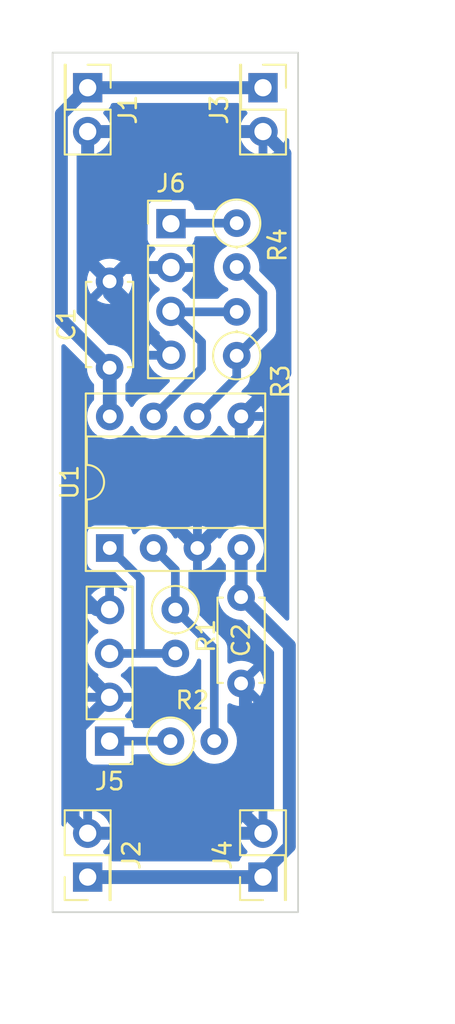
<source format=kicad_pcb>
(kicad_pcb (version 20211014) (generator pcbnew)
  (layers (0 "F.Cu" signal) (31 "B.Cu" signal) (34 "B.Paste" user) (35 "F.Paste" user) (36 "B.SilkS" user "B.Silkscreen") (37 "F.SilkS" user "F.Silkscreen") (38 "B.Mask" user) (39 "F.Mask" user) (44 "Edge.Cuts" user))
  (net 0 "")
  (net 1 "+12V")
  (net 2 "GND")
  (net 3 "-12V")
  (net 4 "Net-(J5-Pad1)")
  (net 5 "Net-(J6-Pad1)")
  (net 6 "Net-(R1-Pad1)")
  (net 7 "Net-(R3-Pad1)")
  (net 8 "Net-(R1-Pad2)")
  (net 9 "Net-(R3-Pad2)")
  (footprint "Connector_PinHeader_2.54mm:PinHeader_2x01_P2.54mm_Vertical" (layer "F.Cu") (at 132.08 60.96 -90)
    (fp_text reference "J1" (at 1.27 -2.33 90) (layer "F.SilkS"))
    (fp_text value "Conn_02x01")
    (fp_line (start -1.33 -1.33) (end 0 -1.33) (layer "F.SilkS") (width 0.12))
    (fp_line (start 3.87 -1.33) (end 3.87 1.33) (layer "F.SilkS") (width 0.12))
    (fp_line (start -1.33 1.33) (end 3.87 1.33) (layer "F.SilkS") (width 0.12))
    (fp_line (start -1.33 1.27) (end 1.27 1.27) (layer "F.SilkS") (width 0.12))
    (fp_line (start -1.33 1.27) (end -1.33 1.33) (layer "F.SilkS") (width 0.12))
    (fp_line (start 1.27 1.27) (end 1.27 -1.33) (layer "F.SilkS") (width 0.12))
    (fp_line (start -1.33 0) (end -1.33 -1.33) (layer "F.SilkS") (width 0.12))
    (fp_line (start 1.27 -1.33) (end 3.87 -1.33) (layer "F.SilkS") (width 0.12))
    (pad "1" thru_hole rect locked (at 0 0 270) (size 1.7 1.7) (drill 1) (layers *.Cu *.Mask) (net 1 "+12V"))
    (pad "2" thru_hole oval locked (at 2.54 0 270) (size 1.7 1.7) (drill 1) (layers *.Cu *.Mask) (net 2 "GND"))
  )
  (footprint "Capacitor_THT:C_Disc_D4.7mm_W2.5mm_P5.00mm" (layer "F.Cu") (at 140.97 95.464 90)
    (fp_text reference "C2" (at 2.5 0 90) (layer "F.SilkS"))
    (fp_text value "100nF")
    (fp_line (start 0.03 1.055) (end 0.03 1.37) (layer "F.SilkS") (width 0.12))
    (fp_line (start 0.03 -1.37) (end 0.03 -1.055) (layer "F.SilkS") (width 0.12))
    (fp_line (start 0.03 -1.37) (end 4.97 -1.37) (layer "F.SilkS") (width 0.12))
    (fp_line (start 4.97 1.055) (end 4.97 1.37) (layer "F.SilkS") (width 0.12))
    (fp_line (start 4.97 -1.37) (end 4.97 -1.055) (layer "F.SilkS") (width 0.12))
    (fp_line (start 0.03 1.37) (end 4.97 1.37) (layer "F.SilkS") (width 0.12))
    (pad "1" thru_hole circle (at 0 0 90) (size 1.6 1.6) (drill 0.8) (layers *.Cu *.Mask) (net 2 "GND"))
    (pad "2" thru_hole circle (at 5 0 90) (size 1.6 1.6) (drill 0.8) (layers *.Cu *.Mask) (net 3 "-12V"))
  )
  (footprint "Resistor_THT:R_Axial_DIN0207_L6.3mm_D2.5mm_P2.54mm_Vertical" (layer "F.Cu") (at 140.716 76.483001 90)
    (fp_text reference "R3" (at -1.494999 2.54 90) (layer "F.SilkS"))
    (fp_text value "100k")
    (fp_line (start 1.37 0) (end 1.44 0) (layer "F.SilkS") (width 0.12))
    (fp_circle (center 0 0) (end 1.37 0) (layer "F.SilkS") (width 0.12) (fill none))
    (pad "1" thru_hole circle (at 0 0 90) (size 1.6 1.6) (drill 0.8) (layers *.Cu *.Mask) (net 7 "Net-(R3-Pad1)"))
    (pad "2" thru_hole oval (at 2.54 0 90) (size 1.6 1.6) (drill 0.8) (layers *.Cu *.Mask) (net 9 "Net-(R3-Pad2)"))
  )
  (footprint "Capacitor_THT:C_Disc_D4.7mm_W2.5mm_P5.00mm" (layer "F.Cu") (at 133.35 77.176 90)
    (fp_text reference "C1" (at 2.5 -2.5 90) (layer "F.SilkS"))
    (fp_text value "100nF")
    (fp_line (start 0.03 -1.37) (end 0.03 -1.055) (layer "F.SilkS") (width 0.12))
    (fp_line (start 4.97 -1.37) (end 4.97 -1.055) (layer "F.SilkS") (width 0.12))
    (fp_line (start 0.03 -1.37) (end 4.97 -1.37) (layer "F.SilkS") (width 0.12))
    (fp_line (start 4.97 1.055) (end 4.97 1.37) (layer "F.SilkS") (width 0.12))
    (fp_line (start 0.03 1.055) (end 0.03 1.37) (layer "F.SilkS") (width 0.12))
    (fp_line (start 0.03 1.37) (end 4.97 1.37) (layer "F.SilkS") (width 0.12))
    (pad "1" thru_hole circle (at 0 0 90) (size 1.6 1.6) (drill 0.8) (layers *.Cu *.Mask) (net 1 "+12V"))
    (pad "2" thru_hole circle (at 5 0 90) (size 1.6 1.6) (drill 0.8) (layers *.Cu *.Mask) (net 2 "GND"))
  )
  (footprint "Resistor_THT:R_Axial_DIN0207_L6.3mm_D2.5mm_P2.54mm_Vertical" (layer "F.Cu") (at 140.716 68.805 -90)
    (fp_text reference "R4" (at 1.27 -2.37 90) (layer "F.SilkS"))
    (fp_text value "100k")
    (fp_line (start 1.37 0) (end 1.44 0) (layer "F.SilkS") (width 0.12))
    (fp_circle (center 0 0) (end 1.37 0) (layer "F.SilkS") (width 0.12) (fill none))
    (pad "1" thru_hole circle (at 0 0 270) (size 1.6 1.6) (drill 0.8) (layers *.Cu *.Mask) (net 5 "Net-(J6-Pad1)"))
    (pad "2" thru_hole oval (at 2.54 0 270) (size 1.6 1.6) (drill 0.8) (layers *.Cu *.Mask) (net 7 "Net-(R3-Pad1)"))
  )
  (footprint "Connector_PinHeader_2.54mm:PinHeader_2x01_P2.54mm_Vertical" (layer "F.Cu") (at 132.08 106.68 90)
    (fp_text reference "J2" (at 1.27 2.54 90) (layer "F.SilkS"))
    (fp_text value "Conn_02x01")
    (fp_line (start -1.33 0) (end -1.33 -1.33) (layer "F.SilkS") (width 0.12))
    (fp_line (start 3.87 -1.33) (end 3.87 1.33) (layer "F.SilkS") (width 0.12))
    (fp_line (start -1.33 -1.33) (end 0 -1.33) (layer "F.SilkS") (width 0.12))
    (fp_line (start 1.27 -1.33) (end 3.87 -1.33) (layer "F.SilkS") (width 0.12))
    (fp_line (start -1.33 1.27) (end 1.27 1.27) (layer "F.SilkS") (width 0.12))
    (fp_line (start -1.33 1.27) (end -1.33 1.33) (layer "F.SilkS") (width 0.12))
    (fp_line (start -1.33 1.33) (end 3.87 1.33) (layer "F.SilkS") (width 0.12))
    (fp_line (start 1.27 1.27) (end 1.27 -1.33) (layer "F.SilkS") (width 0.12))
    (pad "1" thru_hole rect locked (at 0 0 90) (size 1.7 1.7) (drill 1) (layers *.Cu *.Mask) (net 3 "-12V"))
    (pad "2" thru_hole oval locked (at 2.54 0 90) (size 1.7 1.7) (drill 1) (layers *.Cu *.Mask) (net 2 "GND"))
  )
  (footprint "Resistor_THT:R_Axial_DIN0207_L6.3mm_D2.5mm_P2.54mm_Vertical" (layer "F.Cu") (at 136.876999 98.806)
    (fp_text reference "R2" (at 1.27 -2.37) (layer "F.SilkS"))
    (fp_text value "100k")
    (fp_line (start 1.37 0) (end 1.44 0) (layer "F.SilkS") (width 0.12))
    (fp_circle (center 0 0) (end 1.37 0) (layer "F.SilkS") (width 0.12) (fill none))
    (pad "1" thru_hole circle (at 0 0) (size 1.6 1.6) (drill 0.8) (layers *.Cu *.Mask) (net 4 "Net-(J5-Pad1)"))
    (pad "2" thru_hole oval (at 2.54 0) (size 1.6 1.6) (drill 0.8) (layers *.Cu *.Mask) (net 6 "Net-(R1-Pad1)"))
  )
  (footprint "Package_DIP:DIP-8_W7.62mm_Socket" (layer "F.Cu") (at 133.36 87.62 90)
    (fp_text reference "U1" (at 3.81 -2.33 90) (layer "F.SilkS"))
    (fp_text value "TL072")
    (fp_line (start 8.95 9.01) (end 8.95 -1.39) (layer "F.SilkS") (width 0.12))
    (fp_line (start 1.16 8.95) (end 6.46 8.95) (layer "F.SilkS") (width 0.12))
    (fp_line (start 6.46 8.95) (end 6.46 -1.33) (layer "F.SilkS") (width 0.12))
    (fp_line (start 1.16 -1.33) (end 1.16 8.95) (layer "F.SilkS") (width 0.12))
    (fp_line (start 2.81 -1.33) (end 1.16 -1.33) (layer "F.SilkS") (width 0.12))
    (fp_line (start -1.33 -1.39) (end -1.33 9.01) (layer "F.SilkS") (width 0.12))
    (fp_line (start 6.46 -1.33) (end 4.81 -1.33) (layer "F.SilkS") (width 0.12))
    (fp_line (start 8.95 -1.39) (end -1.33 -1.39) (layer "F.SilkS") (width 0.12))
    (fp_line (start -1.33 9.01) (end 8.95 9.01) (layer "F.SilkS") (width 0.12))
    (fp_arc (start 4.81 -1.33) (mid 3.81 -0.33) (end 2.81 -1.33) (layer "F.SilkS") (width 0.12))
    (pad "1" thru_hole rect (at 0 0 90) (size 1.6 1.6) (drill 0.8) (layers *.Cu *.Mask) (net 8 "Net-(R1-Pad2)"))
    (pad "2" thru_hole oval (at 0 2.54 90) (size 1.6 1.6) (drill 0.8) (layers *.Cu *.Mask) (net 6 "Net-(R1-Pad1)"))
    (pad "3" thru_hole oval (at 0 5.08 90) (size 1.6 1.6) (drill 0.8) (layers *.Cu *.Mask) (net 2 "GND"))
    (pad "4" thru_hole oval (at 0 7.62 90) (size 1.6 1.6) (drill 0.8) (layers *.Cu *.Mask) (net 3 "-12V"))
    (pad "5" thru_hole oval (at 7.62 7.62 90) (size 1.6 1.6) (drill 0.8) (layers *.Cu *.Mask) (net 2 "GND"))
    (pad "6" thru_hole oval (at 7.62 5.08 90) (size 1.6 1.6) (drill 0.8) (layers *.Cu *.Mask) (net 7 "Net-(R3-Pad1)"))
    (pad "7" thru_hole oval (at 7.62 2.54 90) (size 1.6 1.6) (drill 0.8) (layers *.Cu *.Mask) (net 9 "Net-(R3-Pad2)"))
    (pad "8" thru_hole oval (at 7.62 0 90) (size 1.6 1.6) (drill 0.8) (layers *.Cu *.Mask) (net 1 "+12V"))
  )
  (footprint "Connector_PinHeader_2.54mm:PinHeader_1x04_P2.54mm_Vertical" (layer "F.Cu") (at 133.35 98.806 180)
    (fp_text reference "J5" (at 0 -2.33) (layer "F.SilkS"))
    (fp_text value "Conn_01x04")
    (fp_line (start 1.33 1.27) (end 1.33 8.95) (layer "F.SilkS") (width 0.12))
    (fp_line (start -1.33 1.27) (end -1.33 8.95) (layer "F.SilkS") (width 0.12))
    (fp_line (start -1.33 -1.33) (end 0 -1.33) (layer "F.SilkS") (width 0.12))
    (fp_line (start -1.33 1.27) (end 1.33 1.27) (layer "F.SilkS") (width 0.12))
    (fp_line (start -1.33 8.95) (end 1.33 8.95) (layer "F.SilkS") (width 0.12))
    (fp_line (start -1.33 0) (end -1.33 -1.33) (layer "F.SilkS") (width 0.12))
    (pad "1" thru_hole rect (at 0 0 180) (size 1.7 1.7) (drill 1) (layers *.Cu *.Mask) (net 4 "Net-(J5-Pad1)"))
    (pad "2" thru_hole oval (at 0 2.54 180) (size 1.7 1.7) (drill 1) (layers *.Cu *.Mask) (net 2 "GND"))
    (pad "3" thru_hole oval (at 0 5.08 180) (size 1.7 1.7) (drill 1) (layers *.Cu *.Mask) (net 8 "Net-(R1-Pad2)"))
    (pad "4" thru_hole oval (at 0 7.62 180) (size 1.7 1.7) (drill 1) (layers *.Cu *.Mask) (net 2 "GND"))
  )
  (footprint "Resistor_THT:R_Axial_DIN0207_L6.3mm_D2.5mm_P2.54mm_Vertical" (layer "F.Cu") (at 137.16 91.186 -90)
    (fp_text reference "R1" (at 1.524 -1.778 90) (layer "F.SilkS"))
    (fp_text value "100k")
    (fp_line (start 1.37 0) (end 1.44 0) (layer "F.SilkS") (width 0.12))
    (fp_circle (center 0 0) (end 1.37 0) (layer "F.SilkS") (width 0.12) (fill none))
    (pad "1" thru_hole circle (at 0 0 270) (size 1.6 1.6) (drill 0.8) (layers *.Cu *.Mask) (net 6 "Net-(R1-Pad1)"))
    (pad "2" thru_hole oval (at 2.54 0 270) (size 1.6 1.6) (drill 0.8) (layers *.Cu *.Mask) (net 8 "Net-(R1-Pad2)"))
  )
  (footprint "Connector_PinHeader_2.54mm:PinHeader_1x04_P2.54mm_Vertical" (layer "F.Cu") (at 136.906 68.834)
    (fp_text reference "J6" (at 0 -2.33) (layer "F.SilkS"))
    (fp_text value "Conn_01x04")
    (fp_line (start -1.33 0) (end -1.33 -1.33) (layer "F.SilkS") (width 0.12))
    (fp_line (start -1.33 -1.33) (end 0 -1.33) (layer "F.SilkS") (width 0.12))
    (fp_line (start -1.33 8.95) (end 1.33 8.95) (layer "F.SilkS") (width 0.12))
    (fp_line (start -1.33 1.27) (end -1.33 8.95) (layer "F.SilkS") (width 0.12))
    (fp_line (start -1.33 1.27) (end 1.33 1.27) (layer "F.SilkS") (width 0.12))
    (fp_line (start 1.33 1.27) (end 1.33 8.95) (layer "F.SilkS") (width 0.12))
    (pad "1" thru_hole rect (at 0 0) (size 1.7 1.7) (drill 1) (layers *.Cu *.Mask) (net 5 "Net-(J6-Pad1)"))
    (pad "2" thru_hole oval (at 0 2.54) (size 1.7 1.7) (drill 1) (layers *.Cu *.Mask) (net 2 "GND"))
    (pad "3" thru_hole oval (at 0 5.08) (size 1.7 1.7) (drill 1) (layers *.Cu *.Mask) (net 9 "Net-(R3-Pad2)"))
    (pad "4" thru_hole oval (at 0 7.62) (size 1.7 1.7) (drill 1) (layers *.Cu *.Mask) (net 2 "GND"))
  )
  (footprint "Connector_PinHeader_2.54mm:PinHeader_2x01_P2.54mm_Vertical" (layer "F.Cu") (at 142.24 60.96 -90)
    (fp_text reference "J3" (at 1.27 2.54 90) (layer "F.SilkS"))
    (fp_text value "Conn_02x01")
    (fp_line (start -1.33 1.27) (end -1.33 1.33) (layer "F.SilkS") (width 0.12))
    (fp_line (start 1.27 -1.33) (end 3.87 -1.33) (layer "F.SilkS") (width 0.12))
    (fp_line (start 1.27 1.27) (end 1.27 -1.33) (layer "F.SilkS") (width 0.12))
    (fp_line (start 3.87 -1.33) (end 3.87 1.33) (layer "F.SilkS") (width 0.12))
    (fp_line (start -1.33 1.27) (end 1.27 1.27) (layer "F.SilkS") (width 0.12))
    (fp_line (start -1.33 1.33) (end 3.87 1.33) (layer "F.SilkS") (width 0.12))
    (fp_line (start -1.33 0) (end -1.33 -1.33) (layer "F.SilkS") (width 0.12))
    (fp_line (start -1.33 -1.33) (end 0 -1.33) (layer "F.SilkS") (width 0.12))
    (pad "1" thru_hole rect locked (at 0 0 270) (size 1.7 1.7) (drill 1) (layers *.Cu *.Mask) (net 1 "+12V"))
    (pad "2" thru_hole oval locked (at 2.54 0 270) (size 1.7 1.7) (drill 1) (layers *.Cu *.Mask) (net 2 "GND"))
  )
  (footprint "Connector_PinHeader_2.54mm:PinHeader_2x01_P2.54mm_Vertical" (layer "F.Cu") (at 142.24 106.68 90)
    (fp_text reference "J4" (at 1.27 -2.33 90) (layer "F.SilkS"))
    (fp_text value "Conn_02x01")
    (fp_line (start 1.27 1.27) (end 1.27 -1.33) (layer "F.SilkS") (width 0.12))
    (fp_line (start 3.87 -1.33) (end 3.87 1.33) (layer "F.SilkS") (width 0.12))
    (fp_line (start -1.33 1.27) (end 1.27 1.27) (layer "F.SilkS") (width 0.12))
    (fp_line (start -1.33 1.33) (end 3.87 1.33) (layer "F.SilkS") (width 0.12))
    (fp_line (start -1.33 -1.33) (end 0 -1.33) (layer "F.SilkS") (width 0.12))
    (fp_line (start 1.27 -1.33) (end 3.87 -1.33) (layer "F.SilkS") (width 0.12))
    (fp_line (start -1.33 0) (end -1.33 -1.33) (layer "F.SilkS") (width 0.12))
    (fp_line (start -1.33 1.27) (end -1.33 1.33) (layer "F.SilkS") (width 0.12))
    (pad "1" thru_hole rect locked (at 0 0 90) (size 1.7 1.7) (drill 1) (layers *.Cu *.Mask) (net 3 "-12V"))
    (pad "2" thru_hole oval locked (at 2.54 0 90) (size 1.7 1.7) (drill 1) (layers *.Cu *.Mask) (net 2 "GND"))
  )
  (gr_rect (start 130.048 58.928) (end 144.272 108.712) (layer "Edge.Cuts") (width 0.1) (fill none))
  (segment (start 130.556 74.382) (end 130.556 62.484) (width 0.75) (layer "B.Cu") (net 1))
  (segment (start 133.35 77.176) (end 130.556 74.382) (width 0.75) (layer "B.Cu") (net 1))
  (segment (start 132.08 60.96) (end 142.24 60.96) (width 0.75) (layer "B.Cu") (net 1))
  (segment (start 133.36 80) (end 133.36 77.186) (width 0.8) (layer "B.Cu") (net 1))
  (segment (start 133.36 77.186) (end 133.35 77.176) (width 0.8) (layer "B.Cu") (net 1))
  (segment (start 130.556 62.484) (end 132.08 60.96) (width 0.75) (layer "B.Cu") (net 1))
  (segment (start 132.334 85.598) (end 131.318 86.614) (width 0.75) (layer "B.Cu") (net 2))
  (segment (start 140.97 95.464) (end 141.224 95.718) (width 0.75) (layer "B.Cu") (net 2))
  (segment (start 136.906 71.374) (end 134.152 71.374) (width 0.75) (layer "B.Cu") (net 2))
  (segment (start 143.51 77.47) (end 143.51 64.77) (width 0.75) (layer "B.Cu") (net 2))
  (segment (start 133.35 72.176) (end 132.08 70.906) (width 0.75) (layer "B.Cu") (net 2))
  (segment (start 131.318 89.916) (end 132.588 91.186) (width 0.75) (layer "B.Cu") (net 2))
  (segment (start 131.318 86.614) (end 131.318 89.916) (width 0.75) (layer "B.Cu") (net 2))
  (segment (start 138.44 87.62) (end 136.418 85.598) (width 0.75) (layer "B.Cu") (net 2))
  (segment (start 138.44 87.62) (end 140.98 85.08) (width 0.75) (layer "B.Cu") (net 2))
  (segment (start 134.152 71.374) (end 133.35 72.176) (width 0.75) (layer "B.Cu") (net 2))
  (segment (start 131.23 98.386) (end 131.23 103.29) (width 0.75) (layer "B.Cu") (net 2))
  (segment (start 142.24 63.5) (end 132.08 63.5) (width 0.75) (layer "B.Cu") (net 2))
  (segment (start 141.224 103.124) (end 142.24 104.14) (width 0.75) (layer "B.Cu") (net 2))
  (segment (start 141.224 95.718) (end 141.224 103.124) (width 0.75) (layer "B.Cu") (net 2))
  (segment (start 136.418 85.598) (end 132.334 85.598) (width 0.75) (layer "B.Cu") (net 2))
  (segment (start 133.35 96.266) (end 131.318 94.234) (width 0.75) (layer "B.Cu") (net 2))
  (segment (start 131.318 94.234) (end 131.318 89.916) (width 0.75) (layer "B.Cu") (net 2))
  (segment (start 140.98 85.08) (end 140.98 80) (width 0.75) (layer "B.Cu") (net 2))
  (segment (start 140.98 80) (end 143.51 77.47) (width 0.75) (layer "B.Cu") (net 2))
  (segment (start 131.23 103.29) (end 132.08 104.14) (width 0.75) (layer "B.Cu") (net 2))
  (segment (start 142.24 104.14) (end 132.08 104.14) (width 0.75) (layer "B.Cu") (net 2))
  (segment (start 132.08 70.906) (end 132.08 63.5) (width 0.75) (layer "B.Cu") (net 2))
  (segment (start 133.35 72.898) (end 133.35 72.176) (width 0.75) (layer "B.Cu") (net 2))
  (segment (start 143.51 64.77) (end 142.24 63.5) (width 0.75) (layer "B.Cu") (net 2))
  (segment (start 136.906 76.454) (end 133.35 72.898) (width 0.75) (layer "B.Cu") (net 2))
  (segment (start 133.35 96.266) (end 131.23 98.386) (width 0.75) (layer "B.Cu") (net 2))
  (segment (start 132.588 91.186) (end 133.35 91.186) (width 0.75) (layer "B.Cu") (net 2))
  (segment (start 132.08 106.68) (end 142.24 106.68) (width 0.8) (layer "B.Cu") (net 3))
  (segment (start 140.97 90.464) (end 143.764 93.258) (width 0.75) (layer "B.Cu") (net 3))
  (segment (start 143.764 93.258) (end 143.764 104.902) (width 0.75) (layer "B.Cu") (net 3))
  (segment (start 143.764 104.902) (end 142.24 106.426) (width 0.75) (layer "B.Cu") (net 3))
  (segment (start 140.97 87.63) (end 140.98 87.62) (width 0.25) (layer "B.Cu") (net 3))
  (segment (start 142.24 106.426) (end 142.24 106.68) (width 0.25) (layer "B.Cu") (net 3))
  (segment (start 140.97 90.464) (end 140.97 87.63) (width 0.75) (layer "B.Cu") (net 3))
  (segment (start 133.35 98.806) (end 136.876999 98.806) (width 0.5) (layer "B.Cu") (net 4))
  (segment (start 136.935 68.805) (end 136.906 68.834) (width 0.5) (layer "B.Cu") (net 5))
  (segment (start 140.716 68.805) (end 136.935 68.805) (width 0.5) (layer "B.Cu") (net 5))
  (segment (start 139.416999 98.806) (end 139.416999 93.442999) (width 0.5) (layer "B.Cu") (net 6))
  (segment (start 137.16 91.186) (end 137.16 88.88) (width 0.5) (layer "B.Cu") (net 6))
  (segment (start 139.416999 93.442999) (end 137.16 91.186) (width 0.5) (layer "B.Cu") (net 6))
  (segment (start 137.16 88.88) (end 135.9 87.62) (width 0.5) (layer "B.Cu") (net 6))
  (segment (start 142.24 74.959001) (end 140.716 76.483001) (width 0.5) (layer "B.Cu") (net 7))
  (segment (start 140.716 76.483001) (end 140.716 77.724) (width 0.5) (layer "B.Cu") (net 7))
  (segment (start 140.716 71.345) (end 142.24 72.869) (width 0.5) (layer "B.Cu") (net 7))
  (segment (start 140.716 77.724) (end 138.44 80) (width 0.5) (layer "B.Cu") (net 7))
  (segment (start 142.24 72.869) (end 142.24 74.959001) (width 0.5) (layer "B.Cu") (net 7))
  (segment (start 135.128 93.726) (end 137.16 93.726) (width 0.5) (layer "B.Cu") (net 8))
  (segment (start 133.36 87.62) (end 135.128 89.388) (width 0.5) (layer "B.Cu") (net 8))
  (segment (start 135.128 89.388) (end 135.128 93.726) (width 0.5) (layer "B.Cu") (net 8))
  (segment (start 133.35 93.726) (end 135.128 93.726) (width 0.5) (layer "B.Cu") (net 8))
  (segment (start 140.716 73.943001) (end 136.935001 73.943001) (width 0.5) (layer "B.Cu") (net 9))
  (segment (start 136.935001 73.943001) (end 136.906 73.914) (width 0.5) (layer "B.Cu") (net 9))
  (segment (start 136.906 73.914) (end 138.684 75.692) (width 0.5) (layer "B.Cu") (net 9))
  (segment (start 138.684 77.216) (end 135.9 80) (width 0.5) (layer "B.Cu") (net 9))
  (segment (start 138.684 75.692) (end 138.684 77.216) (width 0.5) (layer "B.Cu") (net 9))
  (zone (net 2) (net_name "GND") (layer "B.Cu") (connect_pads (clearance 0.508)) (min_thickness 0.254) (fill yes (thermal_gap 0.508) (thermal_bridge_width 0.508))
    (polygon (pts (xy 147.32 111.76) (xy 127 111.76) (xy 127 55.88) (xy 147.32 55.88)))
  )
)
</source>
